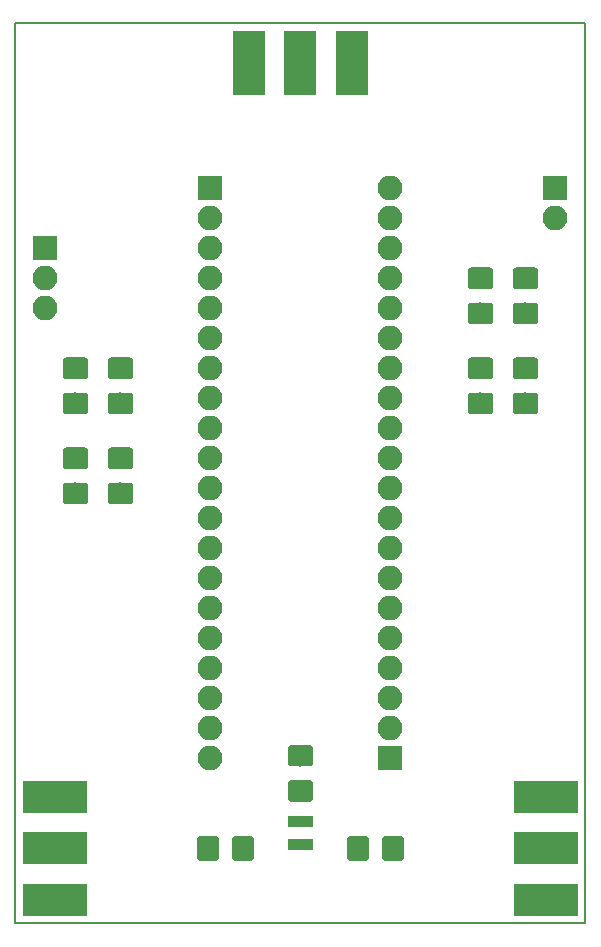
<source format=gbr>
%TF.GenerationSoftware,KiCad,Pcbnew,(5.0.0)*%
%TF.CreationDate,2018-11-11T16:52:16+07:00*%
%TF.ProjectId,AntennaSwitch_v1.1,416E74656E6E615377697463685F7631,rev?*%
%TF.SameCoordinates,Original*%
%TF.FileFunction,Soldermask,Top*%
%TF.FilePolarity,Negative*%
%FSLAX46Y46*%
G04 Gerber Fmt 4.6, Leading zero omitted, Abs format (unit mm)*
G04 Created by KiCad (PCBNEW (5.0.0)) date 11/11/18 16:52:16*
%MOMM*%
%LPD*%
G01*
G04 APERTURE LIST*
%ADD10C,0.200000*%
%ADD11C,0.100000*%
%ADD12C,1.825000*%
%ADD13C,0.800000*%
%ADD14R,5.480000X2.820000*%
%ADD15R,5.480000X2.690000*%
%ADD16R,2.690000X5.480000*%
%ADD17R,2.820000X5.480000*%
%ADD18R,2.100000X2.100000*%
%ADD19O,2.100000X2.100000*%
G04 APERTURE END LIST*
D10*
X194310000Y-54610000D02*
X194310000Y-130810000D01*
X146050000Y-54610000D02*
X194310000Y-54610000D01*
X146050000Y-130810000D02*
X146050000Y-54610000D01*
X194310000Y-130810000D02*
X146050000Y-130810000D01*
D11*
G36*
X151916207Y-90529042D02*
X151947287Y-90533652D01*
X151977766Y-90541287D01*
X152007350Y-90551872D01*
X152035754Y-90565306D01*
X152062704Y-90581459D01*
X152087942Y-90600177D01*
X152111223Y-90621277D01*
X152132323Y-90644558D01*
X152151041Y-90669796D01*
X152167194Y-90696746D01*
X152180628Y-90725150D01*
X152191213Y-90754734D01*
X152198848Y-90785213D01*
X152203458Y-90816293D01*
X152205000Y-90847676D01*
X152205000Y-92032324D01*
X152203458Y-92063707D01*
X152198848Y-92094787D01*
X152191213Y-92125266D01*
X152180628Y-92154850D01*
X152167194Y-92183254D01*
X152151041Y-92210204D01*
X152132323Y-92235442D01*
X152111223Y-92258723D01*
X152087942Y-92279823D01*
X152062704Y-92298541D01*
X152035754Y-92314694D01*
X152007350Y-92328128D01*
X151977766Y-92338713D01*
X151947287Y-92346348D01*
X151916207Y-92350958D01*
X151884824Y-92352500D01*
X150375176Y-92352500D01*
X150343793Y-92350958D01*
X150312713Y-92346348D01*
X150282234Y-92338713D01*
X150252650Y-92328128D01*
X150224246Y-92314694D01*
X150197296Y-92298541D01*
X150172058Y-92279823D01*
X150148777Y-92258723D01*
X150127677Y-92235442D01*
X150108959Y-92210204D01*
X150092806Y-92183254D01*
X150079372Y-92154850D01*
X150068787Y-92125266D01*
X150061152Y-92094787D01*
X150056542Y-92063707D01*
X150055000Y-92032324D01*
X150055000Y-90847676D01*
X150056542Y-90816293D01*
X150061152Y-90785213D01*
X150068787Y-90754734D01*
X150079372Y-90725150D01*
X150092806Y-90696746D01*
X150108959Y-90669796D01*
X150127677Y-90644558D01*
X150148777Y-90621277D01*
X150172058Y-90600177D01*
X150197296Y-90581459D01*
X150224246Y-90565306D01*
X150252650Y-90551872D01*
X150282234Y-90541287D01*
X150312713Y-90533652D01*
X150343793Y-90529042D01*
X150375176Y-90527500D01*
X151884824Y-90527500D01*
X151916207Y-90529042D01*
X151916207Y-90529042D01*
G37*
D12*
X151130000Y-91440000D03*
D11*
G36*
X151916207Y-93504042D02*
X151947287Y-93508652D01*
X151977766Y-93516287D01*
X152007350Y-93526872D01*
X152035754Y-93540306D01*
X152062704Y-93556459D01*
X152087942Y-93575177D01*
X152111223Y-93596277D01*
X152132323Y-93619558D01*
X152151041Y-93644796D01*
X152167194Y-93671746D01*
X152180628Y-93700150D01*
X152191213Y-93729734D01*
X152198848Y-93760213D01*
X152203458Y-93791293D01*
X152205000Y-93822676D01*
X152205000Y-95007324D01*
X152203458Y-95038707D01*
X152198848Y-95069787D01*
X152191213Y-95100266D01*
X152180628Y-95129850D01*
X152167194Y-95158254D01*
X152151041Y-95185204D01*
X152132323Y-95210442D01*
X152111223Y-95233723D01*
X152087942Y-95254823D01*
X152062704Y-95273541D01*
X152035754Y-95289694D01*
X152007350Y-95303128D01*
X151977766Y-95313713D01*
X151947287Y-95321348D01*
X151916207Y-95325958D01*
X151884824Y-95327500D01*
X150375176Y-95327500D01*
X150343793Y-95325958D01*
X150312713Y-95321348D01*
X150282234Y-95313713D01*
X150252650Y-95303128D01*
X150224246Y-95289694D01*
X150197296Y-95273541D01*
X150172058Y-95254823D01*
X150148777Y-95233723D01*
X150127677Y-95210442D01*
X150108959Y-95185204D01*
X150092806Y-95158254D01*
X150079372Y-95129850D01*
X150068787Y-95100266D01*
X150061152Y-95069787D01*
X150056542Y-95038707D01*
X150055000Y-95007324D01*
X150055000Y-93822676D01*
X150056542Y-93791293D01*
X150061152Y-93760213D01*
X150068787Y-93729734D01*
X150079372Y-93700150D01*
X150092806Y-93671746D01*
X150108959Y-93644796D01*
X150127677Y-93619558D01*
X150148777Y-93596277D01*
X150172058Y-93575177D01*
X150197296Y-93556459D01*
X150224246Y-93540306D01*
X150252650Y-93526872D01*
X150282234Y-93516287D01*
X150312713Y-93508652D01*
X150343793Y-93504042D01*
X150375176Y-93502500D01*
X151884824Y-93502500D01*
X151916207Y-93504042D01*
X151916207Y-93504042D01*
G37*
D12*
X151130000Y-94415000D03*
D13*
X170180000Y-124165000D03*
D11*
G36*
X169780000Y-124615000D02*
X169780000Y-123715000D01*
X170580000Y-123715000D01*
X170580000Y-124615000D01*
X169780000Y-124615000D01*
X169780000Y-124615000D01*
G37*
D13*
X169530000Y-124165000D03*
D11*
G36*
X169130000Y-124615000D02*
X169130000Y-123715000D01*
X169930000Y-123715000D01*
X169930000Y-124615000D01*
X169130000Y-124615000D01*
X169130000Y-124615000D01*
G37*
D13*
X170830000Y-124165000D03*
D11*
G36*
X170430000Y-124615000D02*
X170430000Y-123715000D01*
X171230000Y-123715000D01*
X171230000Y-124615000D01*
X170430000Y-124615000D01*
X170430000Y-124615000D01*
G37*
D13*
X170830000Y-122215000D03*
D11*
G36*
X170430000Y-122665000D02*
X170430000Y-121765000D01*
X171230000Y-121765000D01*
X171230000Y-122665000D01*
X170430000Y-122665000D01*
X170430000Y-122665000D01*
G37*
D13*
X170180000Y-122215000D03*
D11*
G36*
X169780000Y-122665000D02*
X169780000Y-121765000D01*
X170580000Y-121765000D01*
X170580000Y-122665000D01*
X169780000Y-122665000D01*
X169780000Y-122665000D01*
G37*
D13*
X169530000Y-122215000D03*
D11*
G36*
X169130000Y-122665000D02*
X169130000Y-121765000D01*
X169930000Y-121765000D01*
X169930000Y-122665000D01*
X169130000Y-122665000D01*
X169130000Y-122665000D01*
G37*
D14*
X190950000Y-120080000D03*
X190950000Y-128840000D03*
D15*
X190950000Y-124460000D03*
D16*
X170180000Y-57970000D03*
D17*
X174560000Y-57970000D03*
X165800000Y-57970000D03*
D15*
X149410000Y-124460000D03*
D14*
X149410000Y-120080000D03*
X149410000Y-128840000D03*
D18*
X148590000Y-73660000D03*
D19*
X148590000Y-76200000D03*
X148590000Y-78740000D03*
D18*
X177800000Y-116840000D03*
D19*
X177800000Y-114300000D03*
X177800000Y-111760000D03*
X177800000Y-109220000D03*
X177800000Y-106680000D03*
X177800000Y-104140000D03*
X177800000Y-101600000D03*
X177800000Y-99060000D03*
X177800000Y-96520000D03*
X177800000Y-93980000D03*
X177800000Y-91440000D03*
X177800000Y-88900000D03*
X177800000Y-86360000D03*
X177800000Y-83820000D03*
X177800000Y-81280000D03*
X177800000Y-78740000D03*
X177800000Y-76200000D03*
X177800000Y-73660000D03*
X177800000Y-71120000D03*
X177800000Y-68580000D03*
X162560000Y-116840000D03*
X162560000Y-114300000D03*
X162560000Y-111760000D03*
X162560000Y-109220000D03*
X162560000Y-106680000D03*
X162560000Y-104140000D03*
X162560000Y-101600000D03*
X162560000Y-99060000D03*
X162560000Y-96520000D03*
X162560000Y-93980000D03*
X162560000Y-91440000D03*
X162560000Y-88900000D03*
X162560000Y-86360000D03*
X162560000Y-83820000D03*
X162560000Y-81280000D03*
X162560000Y-78740000D03*
X162560000Y-76200000D03*
X162560000Y-73660000D03*
X162560000Y-71120000D03*
D18*
X162560000Y-68580000D03*
X191770000Y-68580000D03*
D19*
X191770000Y-71120000D03*
D11*
G36*
X175666207Y-123386542D02*
X175697287Y-123391152D01*
X175727766Y-123398787D01*
X175757350Y-123409372D01*
X175785754Y-123422806D01*
X175812704Y-123438959D01*
X175837942Y-123457677D01*
X175861223Y-123478777D01*
X175882323Y-123502058D01*
X175901041Y-123527296D01*
X175917194Y-123554246D01*
X175930628Y-123582650D01*
X175941213Y-123612234D01*
X175948848Y-123642713D01*
X175953458Y-123673793D01*
X175955000Y-123705176D01*
X175955000Y-125214824D01*
X175953458Y-125246207D01*
X175948848Y-125277287D01*
X175941213Y-125307766D01*
X175930628Y-125337350D01*
X175917194Y-125365754D01*
X175901041Y-125392704D01*
X175882323Y-125417942D01*
X175861223Y-125441223D01*
X175837942Y-125462323D01*
X175812704Y-125481041D01*
X175785754Y-125497194D01*
X175757350Y-125510628D01*
X175727766Y-125521213D01*
X175697287Y-125528848D01*
X175666207Y-125533458D01*
X175634824Y-125535000D01*
X174450176Y-125535000D01*
X174418793Y-125533458D01*
X174387713Y-125528848D01*
X174357234Y-125521213D01*
X174327650Y-125510628D01*
X174299246Y-125497194D01*
X174272296Y-125481041D01*
X174247058Y-125462323D01*
X174223777Y-125441223D01*
X174202677Y-125417942D01*
X174183959Y-125392704D01*
X174167806Y-125365754D01*
X174154372Y-125337350D01*
X174143787Y-125307766D01*
X174136152Y-125277287D01*
X174131542Y-125246207D01*
X174130000Y-125214824D01*
X174130000Y-123705176D01*
X174131542Y-123673793D01*
X174136152Y-123642713D01*
X174143787Y-123612234D01*
X174154372Y-123582650D01*
X174167806Y-123554246D01*
X174183959Y-123527296D01*
X174202677Y-123502058D01*
X174223777Y-123478777D01*
X174247058Y-123457677D01*
X174272296Y-123438959D01*
X174299246Y-123422806D01*
X174327650Y-123409372D01*
X174357234Y-123398787D01*
X174387713Y-123391152D01*
X174418793Y-123386542D01*
X174450176Y-123385000D01*
X175634824Y-123385000D01*
X175666207Y-123386542D01*
X175666207Y-123386542D01*
G37*
D12*
X175042500Y-124460000D03*
D11*
G36*
X178641207Y-123386542D02*
X178672287Y-123391152D01*
X178702766Y-123398787D01*
X178732350Y-123409372D01*
X178760754Y-123422806D01*
X178787704Y-123438959D01*
X178812942Y-123457677D01*
X178836223Y-123478777D01*
X178857323Y-123502058D01*
X178876041Y-123527296D01*
X178892194Y-123554246D01*
X178905628Y-123582650D01*
X178916213Y-123612234D01*
X178923848Y-123642713D01*
X178928458Y-123673793D01*
X178930000Y-123705176D01*
X178930000Y-125214824D01*
X178928458Y-125246207D01*
X178923848Y-125277287D01*
X178916213Y-125307766D01*
X178905628Y-125337350D01*
X178892194Y-125365754D01*
X178876041Y-125392704D01*
X178857323Y-125417942D01*
X178836223Y-125441223D01*
X178812942Y-125462323D01*
X178787704Y-125481041D01*
X178760754Y-125497194D01*
X178732350Y-125510628D01*
X178702766Y-125521213D01*
X178672287Y-125528848D01*
X178641207Y-125533458D01*
X178609824Y-125535000D01*
X177425176Y-125535000D01*
X177393793Y-125533458D01*
X177362713Y-125528848D01*
X177332234Y-125521213D01*
X177302650Y-125510628D01*
X177274246Y-125497194D01*
X177247296Y-125481041D01*
X177222058Y-125462323D01*
X177198777Y-125441223D01*
X177177677Y-125417942D01*
X177158959Y-125392704D01*
X177142806Y-125365754D01*
X177129372Y-125337350D01*
X177118787Y-125307766D01*
X177111152Y-125277287D01*
X177106542Y-125246207D01*
X177105000Y-125214824D01*
X177105000Y-123705176D01*
X177106542Y-123673793D01*
X177111152Y-123642713D01*
X177118787Y-123612234D01*
X177129372Y-123582650D01*
X177142806Y-123554246D01*
X177158959Y-123527296D01*
X177177677Y-123502058D01*
X177198777Y-123478777D01*
X177222058Y-123457677D01*
X177247296Y-123438959D01*
X177274246Y-123422806D01*
X177302650Y-123409372D01*
X177332234Y-123398787D01*
X177362713Y-123391152D01*
X177393793Y-123386542D01*
X177425176Y-123385000D01*
X178609824Y-123385000D01*
X178641207Y-123386542D01*
X178641207Y-123386542D01*
G37*
D12*
X178017500Y-124460000D03*
D11*
G36*
X170966207Y-115711542D02*
X170997287Y-115716152D01*
X171027766Y-115723787D01*
X171057350Y-115734372D01*
X171085754Y-115747806D01*
X171112704Y-115763959D01*
X171137942Y-115782677D01*
X171161223Y-115803777D01*
X171182323Y-115827058D01*
X171201041Y-115852296D01*
X171217194Y-115879246D01*
X171230628Y-115907650D01*
X171241213Y-115937234D01*
X171248848Y-115967713D01*
X171253458Y-115998793D01*
X171255000Y-116030176D01*
X171255000Y-117214824D01*
X171253458Y-117246207D01*
X171248848Y-117277287D01*
X171241213Y-117307766D01*
X171230628Y-117337350D01*
X171217194Y-117365754D01*
X171201041Y-117392704D01*
X171182323Y-117417942D01*
X171161223Y-117441223D01*
X171137942Y-117462323D01*
X171112704Y-117481041D01*
X171085754Y-117497194D01*
X171057350Y-117510628D01*
X171027766Y-117521213D01*
X170997287Y-117528848D01*
X170966207Y-117533458D01*
X170934824Y-117535000D01*
X169425176Y-117535000D01*
X169393793Y-117533458D01*
X169362713Y-117528848D01*
X169332234Y-117521213D01*
X169302650Y-117510628D01*
X169274246Y-117497194D01*
X169247296Y-117481041D01*
X169222058Y-117462323D01*
X169198777Y-117441223D01*
X169177677Y-117417942D01*
X169158959Y-117392704D01*
X169142806Y-117365754D01*
X169129372Y-117337350D01*
X169118787Y-117307766D01*
X169111152Y-117277287D01*
X169106542Y-117246207D01*
X169105000Y-117214824D01*
X169105000Y-116030176D01*
X169106542Y-115998793D01*
X169111152Y-115967713D01*
X169118787Y-115937234D01*
X169129372Y-115907650D01*
X169142806Y-115879246D01*
X169158959Y-115852296D01*
X169177677Y-115827058D01*
X169198777Y-115803777D01*
X169222058Y-115782677D01*
X169247296Y-115763959D01*
X169274246Y-115747806D01*
X169302650Y-115734372D01*
X169332234Y-115723787D01*
X169362713Y-115716152D01*
X169393793Y-115711542D01*
X169425176Y-115710000D01*
X170934824Y-115710000D01*
X170966207Y-115711542D01*
X170966207Y-115711542D01*
G37*
D12*
X170180000Y-116622500D03*
D11*
G36*
X170966207Y-118686542D02*
X170997287Y-118691152D01*
X171027766Y-118698787D01*
X171057350Y-118709372D01*
X171085754Y-118722806D01*
X171112704Y-118738959D01*
X171137942Y-118757677D01*
X171161223Y-118778777D01*
X171182323Y-118802058D01*
X171201041Y-118827296D01*
X171217194Y-118854246D01*
X171230628Y-118882650D01*
X171241213Y-118912234D01*
X171248848Y-118942713D01*
X171253458Y-118973793D01*
X171255000Y-119005176D01*
X171255000Y-120189824D01*
X171253458Y-120221207D01*
X171248848Y-120252287D01*
X171241213Y-120282766D01*
X171230628Y-120312350D01*
X171217194Y-120340754D01*
X171201041Y-120367704D01*
X171182323Y-120392942D01*
X171161223Y-120416223D01*
X171137942Y-120437323D01*
X171112704Y-120456041D01*
X171085754Y-120472194D01*
X171057350Y-120485628D01*
X171027766Y-120496213D01*
X170997287Y-120503848D01*
X170966207Y-120508458D01*
X170934824Y-120510000D01*
X169425176Y-120510000D01*
X169393793Y-120508458D01*
X169362713Y-120503848D01*
X169332234Y-120496213D01*
X169302650Y-120485628D01*
X169274246Y-120472194D01*
X169247296Y-120456041D01*
X169222058Y-120437323D01*
X169198777Y-120416223D01*
X169177677Y-120392942D01*
X169158959Y-120367704D01*
X169142806Y-120340754D01*
X169129372Y-120312350D01*
X169118787Y-120282766D01*
X169111152Y-120252287D01*
X169106542Y-120221207D01*
X169105000Y-120189824D01*
X169105000Y-119005176D01*
X169106542Y-118973793D01*
X169111152Y-118942713D01*
X169118787Y-118912234D01*
X169129372Y-118882650D01*
X169142806Y-118854246D01*
X169158959Y-118827296D01*
X169177677Y-118802058D01*
X169198777Y-118778777D01*
X169222058Y-118757677D01*
X169247296Y-118738959D01*
X169274246Y-118722806D01*
X169302650Y-118709372D01*
X169332234Y-118698787D01*
X169362713Y-118691152D01*
X169393793Y-118686542D01*
X169425176Y-118685000D01*
X170934824Y-118685000D01*
X170966207Y-118686542D01*
X170966207Y-118686542D01*
G37*
D12*
X170180000Y-119597500D03*
D11*
G36*
X162966207Y-123386542D02*
X162997287Y-123391152D01*
X163027766Y-123398787D01*
X163057350Y-123409372D01*
X163085754Y-123422806D01*
X163112704Y-123438959D01*
X163137942Y-123457677D01*
X163161223Y-123478777D01*
X163182323Y-123502058D01*
X163201041Y-123527296D01*
X163217194Y-123554246D01*
X163230628Y-123582650D01*
X163241213Y-123612234D01*
X163248848Y-123642713D01*
X163253458Y-123673793D01*
X163255000Y-123705176D01*
X163255000Y-125214824D01*
X163253458Y-125246207D01*
X163248848Y-125277287D01*
X163241213Y-125307766D01*
X163230628Y-125337350D01*
X163217194Y-125365754D01*
X163201041Y-125392704D01*
X163182323Y-125417942D01*
X163161223Y-125441223D01*
X163137942Y-125462323D01*
X163112704Y-125481041D01*
X163085754Y-125497194D01*
X163057350Y-125510628D01*
X163027766Y-125521213D01*
X162997287Y-125528848D01*
X162966207Y-125533458D01*
X162934824Y-125535000D01*
X161750176Y-125535000D01*
X161718793Y-125533458D01*
X161687713Y-125528848D01*
X161657234Y-125521213D01*
X161627650Y-125510628D01*
X161599246Y-125497194D01*
X161572296Y-125481041D01*
X161547058Y-125462323D01*
X161523777Y-125441223D01*
X161502677Y-125417942D01*
X161483959Y-125392704D01*
X161467806Y-125365754D01*
X161454372Y-125337350D01*
X161443787Y-125307766D01*
X161436152Y-125277287D01*
X161431542Y-125246207D01*
X161430000Y-125214824D01*
X161430000Y-123705176D01*
X161431542Y-123673793D01*
X161436152Y-123642713D01*
X161443787Y-123612234D01*
X161454372Y-123582650D01*
X161467806Y-123554246D01*
X161483959Y-123527296D01*
X161502677Y-123502058D01*
X161523777Y-123478777D01*
X161547058Y-123457677D01*
X161572296Y-123438959D01*
X161599246Y-123422806D01*
X161627650Y-123409372D01*
X161657234Y-123398787D01*
X161687713Y-123391152D01*
X161718793Y-123386542D01*
X161750176Y-123385000D01*
X162934824Y-123385000D01*
X162966207Y-123386542D01*
X162966207Y-123386542D01*
G37*
D12*
X162342500Y-124460000D03*
D11*
G36*
X165941207Y-123386542D02*
X165972287Y-123391152D01*
X166002766Y-123398787D01*
X166032350Y-123409372D01*
X166060754Y-123422806D01*
X166087704Y-123438959D01*
X166112942Y-123457677D01*
X166136223Y-123478777D01*
X166157323Y-123502058D01*
X166176041Y-123527296D01*
X166192194Y-123554246D01*
X166205628Y-123582650D01*
X166216213Y-123612234D01*
X166223848Y-123642713D01*
X166228458Y-123673793D01*
X166230000Y-123705176D01*
X166230000Y-125214824D01*
X166228458Y-125246207D01*
X166223848Y-125277287D01*
X166216213Y-125307766D01*
X166205628Y-125337350D01*
X166192194Y-125365754D01*
X166176041Y-125392704D01*
X166157323Y-125417942D01*
X166136223Y-125441223D01*
X166112942Y-125462323D01*
X166087704Y-125481041D01*
X166060754Y-125497194D01*
X166032350Y-125510628D01*
X166002766Y-125521213D01*
X165972287Y-125528848D01*
X165941207Y-125533458D01*
X165909824Y-125535000D01*
X164725176Y-125535000D01*
X164693793Y-125533458D01*
X164662713Y-125528848D01*
X164632234Y-125521213D01*
X164602650Y-125510628D01*
X164574246Y-125497194D01*
X164547296Y-125481041D01*
X164522058Y-125462323D01*
X164498777Y-125441223D01*
X164477677Y-125417942D01*
X164458959Y-125392704D01*
X164442806Y-125365754D01*
X164429372Y-125337350D01*
X164418787Y-125307766D01*
X164411152Y-125277287D01*
X164406542Y-125246207D01*
X164405000Y-125214824D01*
X164405000Y-123705176D01*
X164406542Y-123673793D01*
X164411152Y-123642713D01*
X164418787Y-123612234D01*
X164429372Y-123582650D01*
X164442806Y-123554246D01*
X164458959Y-123527296D01*
X164477677Y-123502058D01*
X164498777Y-123478777D01*
X164522058Y-123457677D01*
X164547296Y-123438959D01*
X164574246Y-123422806D01*
X164602650Y-123409372D01*
X164632234Y-123398787D01*
X164662713Y-123391152D01*
X164693793Y-123386542D01*
X164725176Y-123385000D01*
X165909824Y-123385000D01*
X165941207Y-123386542D01*
X165941207Y-123386542D01*
G37*
D12*
X165317500Y-124460000D03*
D11*
G36*
X190016207Y-85884042D02*
X190047287Y-85888652D01*
X190077766Y-85896287D01*
X190107350Y-85906872D01*
X190135754Y-85920306D01*
X190162704Y-85936459D01*
X190187942Y-85955177D01*
X190211223Y-85976277D01*
X190232323Y-85999558D01*
X190251041Y-86024796D01*
X190267194Y-86051746D01*
X190280628Y-86080150D01*
X190291213Y-86109734D01*
X190298848Y-86140213D01*
X190303458Y-86171293D01*
X190305000Y-86202676D01*
X190305000Y-87387324D01*
X190303458Y-87418707D01*
X190298848Y-87449787D01*
X190291213Y-87480266D01*
X190280628Y-87509850D01*
X190267194Y-87538254D01*
X190251041Y-87565204D01*
X190232323Y-87590442D01*
X190211223Y-87613723D01*
X190187942Y-87634823D01*
X190162704Y-87653541D01*
X190135754Y-87669694D01*
X190107350Y-87683128D01*
X190077766Y-87693713D01*
X190047287Y-87701348D01*
X190016207Y-87705958D01*
X189984824Y-87707500D01*
X188475176Y-87707500D01*
X188443793Y-87705958D01*
X188412713Y-87701348D01*
X188382234Y-87693713D01*
X188352650Y-87683128D01*
X188324246Y-87669694D01*
X188297296Y-87653541D01*
X188272058Y-87634823D01*
X188248777Y-87613723D01*
X188227677Y-87590442D01*
X188208959Y-87565204D01*
X188192806Y-87538254D01*
X188179372Y-87509850D01*
X188168787Y-87480266D01*
X188161152Y-87449787D01*
X188156542Y-87418707D01*
X188155000Y-87387324D01*
X188155000Y-86202676D01*
X188156542Y-86171293D01*
X188161152Y-86140213D01*
X188168787Y-86109734D01*
X188179372Y-86080150D01*
X188192806Y-86051746D01*
X188208959Y-86024796D01*
X188227677Y-85999558D01*
X188248777Y-85976277D01*
X188272058Y-85955177D01*
X188297296Y-85936459D01*
X188324246Y-85920306D01*
X188352650Y-85906872D01*
X188382234Y-85896287D01*
X188412713Y-85888652D01*
X188443793Y-85884042D01*
X188475176Y-85882500D01*
X189984824Y-85882500D01*
X190016207Y-85884042D01*
X190016207Y-85884042D01*
G37*
D12*
X189230000Y-86795000D03*
D11*
G36*
X190016207Y-82909042D02*
X190047287Y-82913652D01*
X190077766Y-82921287D01*
X190107350Y-82931872D01*
X190135754Y-82945306D01*
X190162704Y-82961459D01*
X190187942Y-82980177D01*
X190211223Y-83001277D01*
X190232323Y-83024558D01*
X190251041Y-83049796D01*
X190267194Y-83076746D01*
X190280628Y-83105150D01*
X190291213Y-83134734D01*
X190298848Y-83165213D01*
X190303458Y-83196293D01*
X190305000Y-83227676D01*
X190305000Y-84412324D01*
X190303458Y-84443707D01*
X190298848Y-84474787D01*
X190291213Y-84505266D01*
X190280628Y-84534850D01*
X190267194Y-84563254D01*
X190251041Y-84590204D01*
X190232323Y-84615442D01*
X190211223Y-84638723D01*
X190187942Y-84659823D01*
X190162704Y-84678541D01*
X190135754Y-84694694D01*
X190107350Y-84708128D01*
X190077766Y-84718713D01*
X190047287Y-84726348D01*
X190016207Y-84730958D01*
X189984824Y-84732500D01*
X188475176Y-84732500D01*
X188443793Y-84730958D01*
X188412713Y-84726348D01*
X188382234Y-84718713D01*
X188352650Y-84708128D01*
X188324246Y-84694694D01*
X188297296Y-84678541D01*
X188272058Y-84659823D01*
X188248777Y-84638723D01*
X188227677Y-84615442D01*
X188208959Y-84590204D01*
X188192806Y-84563254D01*
X188179372Y-84534850D01*
X188168787Y-84505266D01*
X188161152Y-84474787D01*
X188156542Y-84443707D01*
X188155000Y-84412324D01*
X188155000Y-83227676D01*
X188156542Y-83196293D01*
X188161152Y-83165213D01*
X188168787Y-83134734D01*
X188179372Y-83105150D01*
X188192806Y-83076746D01*
X188208959Y-83049796D01*
X188227677Y-83024558D01*
X188248777Y-83001277D01*
X188272058Y-82980177D01*
X188297296Y-82961459D01*
X188324246Y-82945306D01*
X188352650Y-82931872D01*
X188382234Y-82921287D01*
X188412713Y-82913652D01*
X188443793Y-82909042D01*
X188475176Y-82907500D01*
X189984824Y-82907500D01*
X190016207Y-82909042D01*
X190016207Y-82909042D01*
G37*
D12*
X189230000Y-83820000D03*
D11*
G36*
X190016207Y-75289042D02*
X190047287Y-75293652D01*
X190077766Y-75301287D01*
X190107350Y-75311872D01*
X190135754Y-75325306D01*
X190162704Y-75341459D01*
X190187942Y-75360177D01*
X190211223Y-75381277D01*
X190232323Y-75404558D01*
X190251041Y-75429796D01*
X190267194Y-75456746D01*
X190280628Y-75485150D01*
X190291213Y-75514734D01*
X190298848Y-75545213D01*
X190303458Y-75576293D01*
X190305000Y-75607676D01*
X190305000Y-76792324D01*
X190303458Y-76823707D01*
X190298848Y-76854787D01*
X190291213Y-76885266D01*
X190280628Y-76914850D01*
X190267194Y-76943254D01*
X190251041Y-76970204D01*
X190232323Y-76995442D01*
X190211223Y-77018723D01*
X190187942Y-77039823D01*
X190162704Y-77058541D01*
X190135754Y-77074694D01*
X190107350Y-77088128D01*
X190077766Y-77098713D01*
X190047287Y-77106348D01*
X190016207Y-77110958D01*
X189984824Y-77112500D01*
X188475176Y-77112500D01*
X188443793Y-77110958D01*
X188412713Y-77106348D01*
X188382234Y-77098713D01*
X188352650Y-77088128D01*
X188324246Y-77074694D01*
X188297296Y-77058541D01*
X188272058Y-77039823D01*
X188248777Y-77018723D01*
X188227677Y-76995442D01*
X188208959Y-76970204D01*
X188192806Y-76943254D01*
X188179372Y-76914850D01*
X188168787Y-76885266D01*
X188161152Y-76854787D01*
X188156542Y-76823707D01*
X188155000Y-76792324D01*
X188155000Y-75607676D01*
X188156542Y-75576293D01*
X188161152Y-75545213D01*
X188168787Y-75514734D01*
X188179372Y-75485150D01*
X188192806Y-75456746D01*
X188208959Y-75429796D01*
X188227677Y-75404558D01*
X188248777Y-75381277D01*
X188272058Y-75360177D01*
X188297296Y-75341459D01*
X188324246Y-75325306D01*
X188352650Y-75311872D01*
X188382234Y-75301287D01*
X188412713Y-75293652D01*
X188443793Y-75289042D01*
X188475176Y-75287500D01*
X189984824Y-75287500D01*
X190016207Y-75289042D01*
X190016207Y-75289042D01*
G37*
D12*
X189230000Y-76200000D03*
D11*
G36*
X190016207Y-78264042D02*
X190047287Y-78268652D01*
X190077766Y-78276287D01*
X190107350Y-78286872D01*
X190135754Y-78300306D01*
X190162704Y-78316459D01*
X190187942Y-78335177D01*
X190211223Y-78356277D01*
X190232323Y-78379558D01*
X190251041Y-78404796D01*
X190267194Y-78431746D01*
X190280628Y-78460150D01*
X190291213Y-78489734D01*
X190298848Y-78520213D01*
X190303458Y-78551293D01*
X190305000Y-78582676D01*
X190305000Y-79767324D01*
X190303458Y-79798707D01*
X190298848Y-79829787D01*
X190291213Y-79860266D01*
X190280628Y-79889850D01*
X190267194Y-79918254D01*
X190251041Y-79945204D01*
X190232323Y-79970442D01*
X190211223Y-79993723D01*
X190187942Y-80014823D01*
X190162704Y-80033541D01*
X190135754Y-80049694D01*
X190107350Y-80063128D01*
X190077766Y-80073713D01*
X190047287Y-80081348D01*
X190016207Y-80085958D01*
X189984824Y-80087500D01*
X188475176Y-80087500D01*
X188443793Y-80085958D01*
X188412713Y-80081348D01*
X188382234Y-80073713D01*
X188352650Y-80063128D01*
X188324246Y-80049694D01*
X188297296Y-80033541D01*
X188272058Y-80014823D01*
X188248777Y-79993723D01*
X188227677Y-79970442D01*
X188208959Y-79945204D01*
X188192806Y-79918254D01*
X188179372Y-79889850D01*
X188168787Y-79860266D01*
X188161152Y-79829787D01*
X188156542Y-79798707D01*
X188155000Y-79767324D01*
X188155000Y-78582676D01*
X188156542Y-78551293D01*
X188161152Y-78520213D01*
X188168787Y-78489734D01*
X188179372Y-78460150D01*
X188192806Y-78431746D01*
X188208959Y-78404796D01*
X188227677Y-78379558D01*
X188248777Y-78356277D01*
X188272058Y-78335177D01*
X188297296Y-78316459D01*
X188324246Y-78300306D01*
X188352650Y-78286872D01*
X188382234Y-78276287D01*
X188412713Y-78268652D01*
X188443793Y-78264042D01*
X188475176Y-78262500D01*
X189984824Y-78262500D01*
X190016207Y-78264042D01*
X190016207Y-78264042D01*
G37*
D12*
X189230000Y-79175000D03*
D11*
G36*
X151916207Y-85884042D02*
X151947287Y-85888652D01*
X151977766Y-85896287D01*
X152007350Y-85906872D01*
X152035754Y-85920306D01*
X152062704Y-85936459D01*
X152087942Y-85955177D01*
X152111223Y-85976277D01*
X152132323Y-85999558D01*
X152151041Y-86024796D01*
X152167194Y-86051746D01*
X152180628Y-86080150D01*
X152191213Y-86109734D01*
X152198848Y-86140213D01*
X152203458Y-86171293D01*
X152205000Y-86202676D01*
X152205000Y-87387324D01*
X152203458Y-87418707D01*
X152198848Y-87449787D01*
X152191213Y-87480266D01*
X152180628Y-87509850D01*
X152167194Y-87538254D01*
X152151041Y-87565204D01*
X152132323Y-87590442D01*
X152111223Y-87613723D01*
X152087942Y-87634823D01*
X152062704Y-87653541D01*
X152035754Y-87669694D01*
X152007350Y-87683128D01*
X151977766Y-87693713D01*
X151947287Y-87701348D01*
X151916207Y-87705958D01*
X151884824Y-87707500D01*
X150375176Y-87707500D01*
X150343793Y-87705958D01*
X150312713Y-87701348D01*
X150282234Y-87693713D01*
X150252650Y-87683128D01*
X150224246Y-87669694D01*
X150197296Y-87653541D01*
X150172058Y-87634823D01*
X150148777Y-87613723D01*
X150127677Y-87590442D01*
X150108959Y-87565204D01*
X150092806Y-87538254D01*
X150079372Y-87509850D01*
X150068787Y-87480266D01*
X150061152Y-87449787D01*
X150056542Y-87418707D01*
X150055000Y-87387324D01*
X150055000Y-86202676D01*
X150056542Y-86171293D01*
X150061152Y-86140213D01*
X150068787Y-86109734D01*
X150079372Y-86080150D01*
X150092806Y-86051746D01*
X150108959Y-86024796D01*
X150127677Y-85999558D01*
X150148777Y-85976277D01*
X150172058Y-85955177D01*
X150197296Y-85936459D01*
X150224246Y-85920306D01*
X150252650Y-85906872D01*
X150282234Y-85896287D01*
X150312713Y-85888652D01*
X150343793Y-85884042D01*
X150375176Y-85882500D01*
X151884824Y-85882500D01*
X151916207Y-85884042D01*
X151916207Y-85884042D01*
G37*
D12*
X151130000Y-86795000D03*
D11*
G36*
X151916207Y-82909042D02*
X151947287Y-82913652D01*
X151977766Y-82921287D01*
X152007350Y-82931872D01*
X152035754Y-82945306D01*
X152062704Y-82961459D01*
X152087942Y-82980177D01*
X152111223Y-83001277D01*
X152132323Y-83024558D01*
X152151041Y-83049796D01*
X152167194Y-83076746D01*
X152180628Y-83105150D01*
X152191213Y-83134734D01*
X152198848Y-83165213D01*
X152203458Y-83196293D01*
X152205000Y-83227676D01*
X152205000Y-84412324D01*
X152203458Y-84443707D01*
X152198848Y-84474787D01*
X152191213Y-84505266D01*
X152180628Y-84534850D01*
X152167194Y-84563254D01*
X152151041Y-84590204D01*
X152132323Y-84615442D01*
X152111223Y-84638723D01*
X152087942Y-84659823D01*
X152062704Y-84678541D01*
X152035754Y-84694694D01*
X152007350Y-84708128D01*
X151977766Y-84718713D01*
X151947287Y-84726348D01*
X151916207Y-84730958D01*
X151884824Y-84732500D01*
X150375176Y-84732500D01*
X150343793Y-84730958D01*
X150312713Y-84726348D01*
X150282234Y-84718713D01*
X150252650Y-84708128D01*
X150224246Y-84694694D01*
X150197296Y-84678541D01*
X150172058Y-84659823D01*
X150148777Y-84638723D01*
X150127677Y-84615442D01*
X150108959Y-84590204D01*
X150092806Y-84563254D01*
X150079372Y-84534850D01*
X150068787Y-84505266D01*
X150061152Y-84474787D01*
X150056542Y-84443707D01*
X150055000Y-84412324D01*
X150055000Y-83227676D01*
X150056542Y-83196293D01*
X150061152Y-83165213D01*
X150068787Y-83134734D01*
X150079372Y-83105150D01*
X150092806Y-83076746D01*
X150108959Y-83049796D01*
X150127677Y-83024558D01*
X150148777Y-83001277D01*
X150172058Y-82980177D01*
X150197296Y-82961459D01*
X150224246Y-82945306D01*
X150252650Y-82931872D01*
X150282234Y-82921287D01*
X150312713Y-82913652D01*
X150343793Y-82909042D01*
X150375176Y-82907500D01*
X151884824Y-82907500D01*
X151916207Y-82909042D01*
X151916207Y-82909042D01*
G37*
D12*
X151130000Y-83820000D03*
D11*
G36*
X186206207Y-85884042D02*
X186237287Y-85888652D01*
X186267766Y-85896287D01*
X186297350Y-85906872D01*
X186325754Y-85920306D01*
X186352704Y-85936459D01*
X186377942Y-85955177D01*
X186401223Y-85976277D01*
X186422323Y-85999558D01*
X186441041Y-86024796D01*
X186457194Y-86051746D01*
X186470628Y-86080150D01*
X186481213Y-86109734D01*
X186488848Y-86140213D01*
X186493458Y-86171293D01*
X186495000Y-86202676D01*
X186495000Y-87387324D01*
X186493458Y-87418707D01*
X186488848Y-87449787D01*
X186481213Y-87480266D01*
X186470628Y-87509850D01*
X186457194Y-87538254D01*
X186441041Y-87565204D01*
X186422323Y-87590442D01*
X186401223Y-87613723D01*
X186377942Y-87634823D01*
X186352704Y-87653541D01*
X186325754Y-87669694D01*
X186297350Y-87683128D01*
X186267766Y-87693713D01*
X186237287Y-87701348D01*
X186206207Y-87705958D01*
X186174824Y-87707500D01*
X184665176Y-87707500D01*
X184633793Y-87705958D01*
X184602713Y-87701348D01*
X184572234Y-87693713D01*
X184542650Y-87683128D01*
X184514246Y-87669694D01*
X184487296Y-87653541D01*
X184462058Y-87634823D01*
X184438777Y-87613723D01*
X184417677Y-87590442D01*
X184398959Y-87565204D01*
X184382806Y-87538254D01*
X184369372Y-87509850D01*
X184358787Y-87480266D01*
X184351152Y-87449787D01*
X184346542Y-87418707D01*
X184345000Y-87387324D01*
X184345000Y-86202676D01*
X184346542Y-86171293D01*
X184351152Y-86140213D01*
X184358787Y-86109734D01*
X184369372Y-86080150D01*
X184382806Y-86051746D01*
X184398959Y-86024796D01*
X184417677Y-85999558D01*
X184438777Y-85976277D01*
X184462058Y-85955177D01*
X184487296Y-85936459D01*
X184514246Y-85920306D01*
X184542650Y-85906872D01*
X184572234Y-85896287D01*
X184602713Y-85888652D01*
X184633793Y-85884042D01*
X184665176Y-85882500D01*
X186174824Y-85882500D01*
X186206207Y-85884042D01*
X186206207Y-85884042D01*
G37*
D12*
X185420000Y-86795000D03*
D11*
G36*
X186206207Y-82909042D02*
X186237287Y-82913652D01*
X186267766Y-82921287D01*
X186297350Y-82931872D01*
X186325754Y-82945306D01*
X186352704Y-82961459D01*
X186377942Y-82980177D01*
X186401223Y-83001277D01*
X186422323Y-83024558D01*
X186441041Y-83049796D01*
X186457194Y-83076746D01*
X186470628Y-83105150D01*
X186481213Y-83134734D01*
X186488848Y-83165213D01*
X186493458Y-83196293D01*
X186495000Y-83227676D01*
X186495000Y-84412324D01*
X186493458Y-84443707D01*
X186488848Y-84474787D01*
X186481213Y-84505266D01*
X186470628Y-84534850D01*
X186457194Y-84563254D01*
X186441041Y-84590204D01*
X186422323Y-84615442D01*
X186401223Y-84638723D01*
X186377942Y-84659823D01*
X186352704Y-84678541D01*
X186325754Y-84694694D01*
X186297350Y-84708128D01*
X186267766Y-84718713D01*
X186237287Y-84726348D01*
X186206207Y-84730958D01*
X186174824Y-84732500D01*
X184665176Y-84732500D01*
X184633793Y-84730958D01*
X184602713Y-84726348D01*
X184572234Y-84718713D01*
X184542650Y-84708128D01*
X184514246Y-84694694D01*
X184487296Y-84678541D01*
X184462058Y-84659823D01*
X184438777Y-84638723D01*
X184417677Y-84615442D01*
X184398959Y-84590204D01*
X184382806Y-84563254D01*
X184369372Y-84534850D01*
X184358787Y-84505266D01*
X184351152Y-84474787D01*
X184346542Y-84443707D01*
X184345000Y-84412324D01*
X184345000Y-83227676D01*
X184346542Y-83196293D01*
X184351152Y-83165213D01*
X184358787Y-83134734D01*
X184369372Y-83105150D01*
X184382806Y-83076746D01*
X184398959Y-83049796D01*
X184417677Y-83024558D01*
X184438777Y-83001277D01*
X184462058Y-82980177D01*
X184487296Y-82961459D01*
X184514246Y-82945306D01*
X184542650Y-82931872D01*
X184572234Y-82921287D01*
X184602713Y-82913652D01*
X184633793Y-82909042D01*
X184665176Y-82907500D01*
X186174824Y-82907500D01*
X186206207Y-82909042D01*
X186206207Y-82909042D01*
G37*
D12*
X185420000Y-83820000D03*
D11*
G36*
X186206207Y-75289042D02*
X186237287Y-75293652D01*
X186267766Y-75301287D01*
X186297350Y-75311872D01*
X186325754Y-75325306D01*
X186352704Y-75341459D01*
X186377942Y-75360177D01*
X186401223Y-75381277D01*
X186422323Y-75404558D01*
X186441041Y-75429796D01*
X186457194Y-75456746D01*
X186470628Y-75485150D01*
X186481213Y-75514734D01*
X186488848Y-75545213D01*
X186493458Y-75576293D01*
X186495000Y-75607676D01*
X186495000Y-76792324D01*
X186493458Y-76823707D01*
X186488848Y-76854787D01*
X186481213Y-76885266D01*
X186470628Y-76914850D01*
X186457194Y-76943254D01*
X186441041Y-76970204D01*
X186422323Y-76995442D01*
X186401223Y-77018723D01*
X186377942Y-77039823D01*
X186352704Y-77058541D01*
X186325754Y-77074694D01*
X186297350Y-77088128D01*
X186267766Y-77098713D01*
X186237287Y-77106348D01*
X186206207Y-77110958D01*
X186174824Y-77112500D01*
X184665176Y-77112500D01*
X184633793Y-77110958D01*
X184602713Y-77106348D01*
X184572234Y-77098713D01*
X184542650Y-77088128D01*
X184514246Y-77074694D01*
X184487296Y-77058541D01*
X184462058Y-77039823D01*
X184438777Y-77018723D01*
X184417677Y-76995442D01*
X184398959Y-76970204D01*
X184382806Y-76943254D01*
X184369372Y-76914850D01*
X184358787Y-76885266D01*
X184351152Y-76854787D01*
X184346542Y-76823707D01*
X184345000Y-76792324D01*
X184345000Y-75607676D01*
X184346542Y-75576293D01*
X184351152Y-75545213D01*
X184358787Y-75514734D01*
X184369372Y-75485150D01*
X184382806Y-75456746D01*
X184398959Y-75429796D01*
X184417677Y-75404558D01*
X184438777Y-75381277D01*
X184462058Y-75360177D01*
X184487296Y-75341459D01*
X184514246Y-75325306D01*
X184542650Y-75311872D01*
X184572234Y-75301287D01*
X184602713Y-75293652D01*
X184633793Y-75289042D01*
X184665176Y-75287500D01*
X186174824Y-75287500D01*
X186206207Y-75289042D01*
X186206207Y-75289042D01*
G37*
D12*
X185420000Y-76200000D03*
D11*
G36*
X186206207Y-78264042D02*
X186237287Y-78268652D01*
X186267766Y-78276287D01*
X186297350Y-78286872D01*
X186325754Y-78300306D01*
X186352704Y-78316459D01*
X186377942Y-78335177D01*
X186401223Y-78356277D01*
X186422323Y-78379558D01*
X186441041Y-78404796D01*
X186457194Y-78431746D01*
X186470628Y-78460150D01*
X186481213Y-78489734D01*
X186488848Y-78520213D01*
X186493458Y-78551293D01*
X186495000Y-78582676D01*
X186495000Y-79767324D01*
X186493458Y-79798707D01*
X186488848Y-79829787D01*
X186481213Y-79860266D01*
X186470628Y-79889850D01*
X186457194Y-79918254D01*
X186441041Y-79945204D01*
X186422323Y-79970442D01*
X186401223Y-79993723D01*
X186377942Y-80014823D01*
X186352704Y-80033541D01*
X186325754Y-80049694D01*
X186297350Y-80063128D01*
X186267766Y-80073713D01*
X186237287Y-80081348D01*
X186206207Y-80085958D01*
X186174824Y-80087500D01*
X184665176Y-80087500D01*
X184633793Y-80085958D01*
X184602713Y-80081348D01*
X184572234Y-80073713D01*
X184542650Y-80063128D01*
X184514246Y-80049694D01*
X184487296Y-80033541D01*
X184462058Y-80014823D01*
X184438777Y-79993723D01*
X184417677Y-79970442D01*
X184398959Y-79945204D01*
X184382806Y-79918254D01*
X184369372Y-79889850D01*
X184358787Y-79860266D01*
X184351152Y-79829787D01*
X184346542Y-79798707D01*
X184345000Y-79767324D01*
X184345000Y-78582676D01*
X184346542Y-78551293D01*
X184351152Y-78520213D01*
X184358787Y-78489734D01*
X184369372Y-78460150D01*
X184382806Y-78431746D01*
X184398959Y-78404796D01*
X184417677Y-78379558D01*
X184438777Y-78356277D01*
X184462058Y-78335177D01*
X184487296Y-78316459D01*
X184514246Y-78300306D01*
X184542650Y-78286872D01*
X184572234Y-78276287D01*
X184602713Y-78268652D01*
X184633793Y-78264042D01*
X184665176Y-78262500D01*
X186174824Y-78262500D01*
X186206207Y-78264042D01*
X186206207Y-78264042D01*
G37*
D12*
X185420000Y-79175000D03*
D11*
G36*
X155726207Y-82909042D02*
X155757287Y-82913652D01*
X155787766Y-82921287D01*
X155817350Y-82931872D01*
X155845754Y-82945306D01*
X155872704Y-82961459D01*
X155897942Y-82980177D01*
X155921223Y-83001277D01*
X155942323Y-83024558D01*
X155961041Y-83049796D01*
X155977194Y-83076746D01*
X155990628Y-83105150D01*
X156001213Y-83134734D01*
X156008848Y-83165213D01*
X156013458Y-83196293D01*
X156015000Y-83227676D01*
X156015000Y-84412324D01*
X156013458Y-84443707D01*
X156008848Y-84474787D01*
X156001213Y-84505266D01*
X155990628Y-84534850D01*
X155977194Y-84563254D01*
X155961041Y-84590204D01*
X155942323Y-84615442D01*
X155921223Y-84638723D01*
X155897942Y-84659823D01*
X155872704Y-84678541D01*
X155845754Y-84694694D01*
X155817350Y-84708128D01*
X155787766Y-84718713D01*
X155757287Y-84726348D01*
X155726207Y-84730958D01*
X155694824Y-84732500D01*
X154185176Y-84732500D01*
X154153793Y-84730958D01*
X154122713Y-84726348D01*
X154092234Y-84718713D01*
X154062650Y-84708128D01*
X154034246Y-84694694D01*
X154007296Y-84678541D01*
X153982058Y-84659823D01*
X153958777Y-84638723D01*
X153937677Y-84615442D01*
X153918959Y-84590204D01*
X153902806Y-84563254D01*
X153889372Y-84534850D01*
X153878787Y-84505266D01*
X153871152Y-84474787D01*
X153866542Y-84443707D01*
X153865000Y-84412324D01*
X153865000Y-83227676D01*
X153866542Y-83196293D01*
X153871152Y-83165213D01*
X153878787Y-83134734D01*
X153889372Y-83105150D01*
X153902806Y-83076746D01*
X153918959Y-83049796D01*
X153937677Y-83024558D01*
X153958777Y-83001277D01*
X153982058Y-82980177D01*
X154007296Y-82961459D01*
X154034246Y-82945306D01*
X154062650Y-82931872D01*
X154092234Y-82921287D01*
X154122713Y-82913652D01*
X154153793Y-82909042D01*
X154185176Y-82907500D01*
X155694824Y-82907500D01*
X155726207Y-82909042D01*
X155726207Y-82909042D01*
G37*
D12*
X154940000Y-83820000D03*
D11*
G36*
X155726207Y-85884042D02*
X155757287Y-85888652D01*
X155787766Y-85896287D01*
X155817350Y-85906872D01*
X155845754Y-85920306D01*
X155872704Y-85936459D01*
X155897942Y-85955177D01*
X155921223Y-85976277D01*
X155942323Y-85999558D01*
X155961041Y-86024796D01*
X155977194Y-86051746D01*
X155990628Y-86080150D01*
X156001213Y-86109734D01*
X156008848Y-86140213D01*
X156013458Y-86171293D01*
X156015000Y-86202676D01*
X156015000Y-87387324D01*
X156013458Y-87418707D01*
X156008848Y-87449787D01*
X156001213Y-87480266D01*
X155990628Y-87509850D01*
X155977194Y-87538254D01*
X155961041Y-87565204D01*
X155942323Y-87590442D01*
X155921223Y-87613723D01*
X155897942Y-87634823D01*
X155872704Y-87653541D01*
X155845754Y-87669694D01*
X155817350Y-87683128D01*
X155787766Y-87693713D01*
X155757287Y-87701348D01*
X155726207Y-87705958D01*
X155694824Y-87707500D01*
X154185176Y-87707500D01*
X154153793Y-87705958D01*
X154122713Y-87701348D01*
X154092234Y-87693713D01*
X154062650Y-87683128D01*
X154034246Y-87669694D01*
X154007296Y-87653541D01*
X153982058Y-87634823D01*
X153958777Y-87613723D01*
X153937677Y-87590442D01*
X153918959Y-87565204D01*
X153902806Y-87538254D01*
X153889372Y-87509850D01*
X153878787Y-87480266D01*
X153871152Y-87449787D01*
X153866542Y-87418707D01*
X153865000Y-87387324D01*
X153865000Y-86202676D01*
X153866542Y-86171293D01*
X153871152Y-86140213D01*
X153878787Y-86109734D01*
X153889372Y-86080150D01*
X153902806Y-86051746D01*
X153918959Y-86024796D01*
X153937677Y-85999558D01*
X153958777Y-85976277D01*
X153982058Y-85955177D01*
X154007296Y-85936459D01*
X154034246Y-85920306D01*
X154062650Y-85906872D01*
X154092234Y-85896287D01*
X154122713Y-85888652D01*
X154153793Y-85884042D01*
X154185176Y-85882500D01*
X155694824Y-85882500D01*
X155726207Y-85884042D01*
X155726207Y-85884042D01*
G37*
D12*
X154940000Y-86795000D03*
D11*
G36*
X155726207Y-93504042D02*
X155757287Y-93508652D01*
X155787766Y-93516287D01*
X155817350Y-93526872D01*
X155845754Y-93540306D01*
X155872704Y-93556459D01*
X155897942Y-93575177D01*
X155921223Y-93596277D01*
X155942323Y-93619558D01*
X155961041Y-93644796D01*
X155977194Y-93671746D01*
X155990628Y-93700150D01*
X156001213Y-93729734D01*
X156008848Y-93760213D01*
X156013458Y-93791293D01*
X156015000Y-93822676D01*
X156015000Y-95007324D01*
X156013458Y-95038707D01*
X156008848Y-95069787D01*
X156001213Y-95100266D01*
X155990628Y-95129850D01*
X155977194Y-95158254D01*
X155961041Y-95185204D01*
X155942323Y-95210442D01*
X155921223Y-95233723D01*
X155897942Y-95254823D01*
X155872704Y-95273541D01*
X155845754Y-95289694D01*
X155817350Y-95303128D01*
X155787766Y-95313713D01*
X155757287Y-95321348D01*
X155726207Y-95325958D01*
X155694824Y-95327500D01*
X154185176Y-95327500D01*
X154153793Y-95325958D01*
X154122713Y-95321348D01*
X154092234Y-95313713D01*
X154062650Y-95303128D01*
X154034246Y-95289694D01*
X154007296Y-95273541D01*
X153982058Y-95254823D01*
X153958777Y-95233723D01*
X153937677Y-95210442D01*
X153918959Y-95185204D01*
X153902806Y-95158254D01*
X153889372Y-95129850D01*
X153878787Y-95100266D01*
X153871152Y-95069787D01*
X153866542Y-95038707D01*
X153865000Y-95007324D01*
X153865000Y-93822676D01*
X153866542Y-93791293D01*
X153871152Y-93760213D01*
X153878787Y-93729734D01*
X153889372Y-93700150D01*
X153902806Y-93671746D01*
X153918959Y-93644796D01*
X153937677Y-93619558D01*
X153958777Y-93596277D01*
X153982058Y-93575177D01*
X154007296Y-93556459D01*
X154034246Y-93540306D01*
X154062650Y-93526872D01*
X154092234Y-93516287D01*
X154122713Y-93508652D01*
X154153793Y-93504042D01*
X154185176Y-93502500D01*
X155694824Y-93502500D01*
X155726207Y-93504042D01*
X155726207Y-93504042D01*
G37*
D12*
X154940000Y-94415000D03*
D11*
G36*
X155726207Y-90529042D02*
X155757287Y-90533652D01*
X155787766Y-90541287D01*
X155817350Y-90551872D01*
X155845754Y-90565306D01*
X155872704Y-90581459D01*
X155897942Y-90600177D01*
X155921223Y-90621277D01*
X155942323Y-90644558D01*
X155961041Y-90669796D01*
X155977194Y-90696746D01*
X155990628Y-90725150D01*
X156001213Y-90754734D01*
X156008848Y-90785213D01*
X156013458Y-90816293D01*
X156015000Y-90847676D01*
X156015000Y-92032324D01*
X156013458Y-92063707D01*
X156008848Y-92094787D01*
X156001213Y-92125266D01*
X155990628Y-92154850D01*
X155977194Y-92183254D01*
X155961041Y-92210204D01*
X155942323Y-92235442D01*
X155921223Y-92258723D01*
X155897942Y-92279823D01*
X155872704Y-92298541D01*
X155845754Y-92314694D01*
X155817350Y-92328128D01*
X155787766Y-92338713D01*
X155757287Y-92346348D01*
X155726207Y-92350958D01*
X155694824Y-92352500D01*
X154185176Y-92352500D01*
X154153793Y-92350958D01*
X154122713Y-92346348D01*
X154092234Y-92338713D01*
X154062650Y-92328128D01*
X154034246Y-92314694D01*
X154007296Y-92298541D01*
X153982058Y-92279823D01*
X153958777Y-92258723D01*
X153937677Y-92235442D01*
X153918959Y-92210204D01*
X153902806Y-92183254D01*
X153889372Y-92154850D01*
X153878787Y-92125266D01*
X153871152Y-92094787D01*
X153866542Y-92063707D01*
X153865000Y-92032324D01*
X153865000Y-90847676D01*
X153866542Y-90816293D01*
X153871152Y-90785213D01*
X153878787Y-90754734D01*
X153889372Y-90725150D01*
X153902806Y-90696746D01*
X153918959Y-90669796D01*
X153937677Y-90644558D01*
X153958777Y-90621277D01*
X153982058Y-90600177D01*
X154007296Y-90581459D01*
X154034246Y-90565306D01*
X154062650Y-90551872D01*
X154092234Y-90541287D01*
X154122713Y-90533652D01*
X154153793Y-90529042D01*
X154185176Y-90527500D01*
X155694824Y-90527500D01*
X155726207Y-90529042D01*
X155726207Y-90529042D01*
G37*
D12*
X154940000Y-91440000D03*
M02*

</source>
